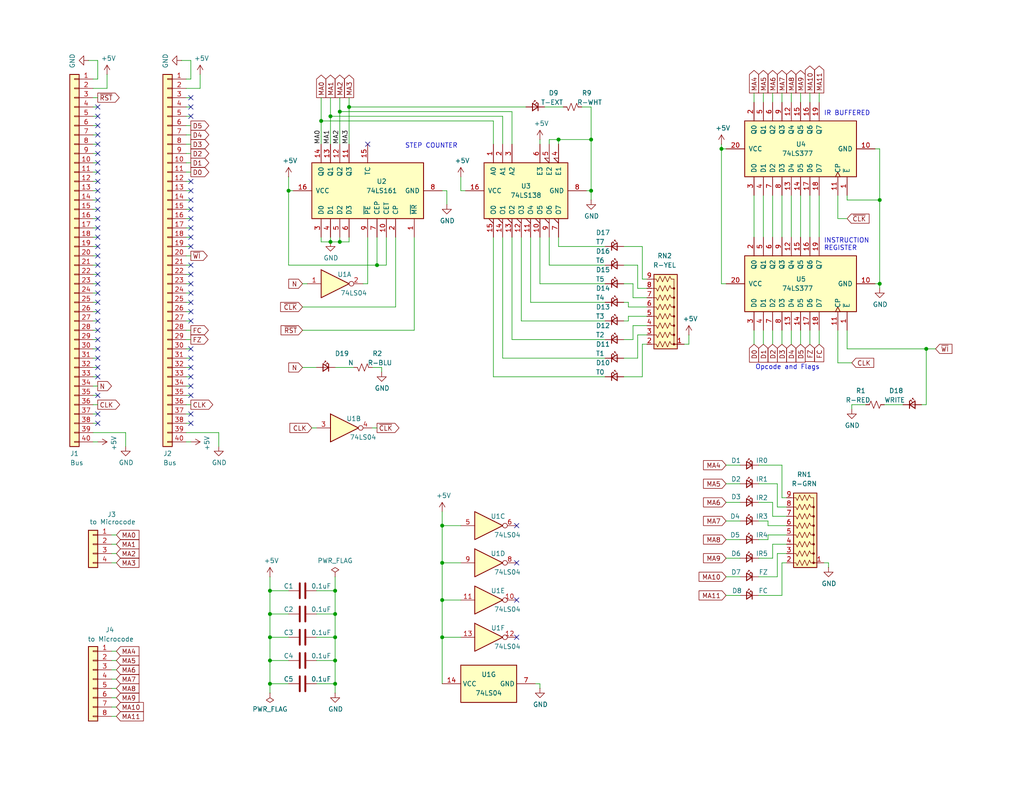
<source format=kicad_sch>
(kicad_sch (version 20231120) (generator "eeschema") (generator_version "8.0")
  (paper "USLetter")
  (title_block (title "SAP-Plus Instruction Register and Step Counter") (date "2024-12-01") (rev "1.1") (company "github.com/TomNisbet/sap-plus"))
  (junction (at 91.44 180.34))
  (junction (at 240.03 77.47))
  (junction (at 120.65 143.51))
  (junction (at 73.66 186.69))
  (junction (at 196.85 40.64))
  (junction (at 92.71 30.48))
  (junction (at 78.74 52.07))
  (junction (at 161.29 52.07))
  (junction (at 161.29 38.1))
  (junction (at 73.66 173.99))
  (junction (at 95.25 29.21))
  (junction (at 73.66 161.29))
  (junction (at 252.73 95.25))
  (junction (at 87.63 33.02))
  (junction (at 91.44 167.64))
  (junction (at 92.71 66.04))
  (junction (at 120.65 153.67))
  (junction (at 91.44 173.99))
  (junction (at 91.44 186.69))
  (junction (at 120.65 163.83))
  (junction (at 152.4 38.1))
  (junction (at 102.87 72.39))
  (junction (at 73.66 167.64))
  (junction (at 120.65 173.99))
  (junction (at 90.17 66.04))
  (junction (at 91.44 161.29))
  (junction (at 240.03 54.61))
  (junction (at 90.17 31.75))
  (junction (at 73.66 180.34))
  (no_connect (at 26.67 49.53))
  (no_connect (at 26.67 82.55))
  (no_connect (at 52.07 115.57))
  (no_connect (at 52.07 85.09))
  (no_connect (at 52.07 80.01))
  (no_connect (at 26.67 67.31))
  (no_connect (at 140.97 163.83))
  (no_connect (at 26.67 54.61))
  (no_connect (at 26.67 52.07))
  (no_connect (at 26.67 46.99))
  (no_connect (at 52.07 107.95))
  (no_connect (at 26.67 87.63))
  (no_connect (at 26.67 80.01))
  (no_connect (at 52.07 52.07))
  (no_connect (at 52.07 113.03))
  (no_connect (at 26.67 100.33))
  (no_connect (at 26.67 72.39))
  (no_connect (at 26.67 69.85))
  (no_connect (at 52.07 77.47))
  (no_connect (at 26.67 102.87))
  (no_connect (at 52.07 49.53))
  (no_connect (at 26.67 85.09))
  (no_connect (at 26.67 77.47))
  (no_connect (at 26.67 39.37))
  (no_connect (at 52.07 64.77))
  (no_connect (at 26.67 113.03))
  (no_connect (at 140.97 143.51))
  (no_connect (at 52.07 67.31))
  (no_connect (at 52.07 100.33))
  (no_connect (at 140.97 153.67))
  (no_connect (at 26.67 41.91))
  (no_connect (at 52.07 31.75))
  (no_connect (at 26.67 90.17))
  (no_connect (at 26.67 31.75))
  (no_connect (at 26.67 34.29))
  (no_connect (at 26.67 59.69))
  (no_connect (at 26.67 64.77))
  (no_connect (at 26.67 95.25))
  (no_connect (at 52.07 72.39))
  (no_connect (at 52.07 105.41))
  (no_connect (at 52.07 59.69))
  (no_connect (at 52.07 102.87))
  (no_connect (at 52.07 87.63))
  (no_connect (at 26.67 92.71))
  (no_connect (at 52.07 97.79))
  (no_connect (at 26.67 115.57))
  (no_connect (at 26.67 36.83))
  (no_connect (at 26.67 57.15))
  (no_connect (at 26.67 29.21))
  (no_connect (at 52.07 26.67))
  (no_connect (at 52.07 74.93))
  (no_connect (at 52.07 95.25))
  (no_connect (at 52.07 29.21))
  (no_connect (at 140.97 173.99))
  (no_connect (at 100.33 39.37))
  (no_connect (at 26.67 62.23))
  (no_connect (at 26.67 74.93))
  (no_connect (at 52.07 62.23))
  (no_connect (at 52.07 54.61))
  (no_connect (at 26.67 44.45))
  (no_connect (at 52.07 82.55))
  (no_connect (at 26.67 107.95))
  (no_connect (at 52.07 57.15))
  (no_connect (at 26.67 97.79))
  (wire (pts (xy 52.07 64.77) (xy 50.8 64.77)))
  (wire (pts (xy 73.66 173.99) (xy 73.66 180.34)))
  (wire (pts (xy 26.67 29.21) (xy 25.4 29.21)))
  (wire (pts (xy 101.6 116.84) (xy 102.87 116.84)))
  (wire (pts (xy 26.67 64.77) (xy 25.4 64.77)))
  (wire (pts (xy 52.07 85.09) (xy 50.8 85.09)))
  (wire (pts (xy 78.74 72.39) (xy 78.74 52.07)))
  (wire (pts (xy 121.92 52.07) (xy 121.92 55.88)))
  (wire (pts (xy 87.63 33.02) (xy 134.62 33.02)))
  (wire (pts (xy 25.4 107.95) (xy 26.67 107.95)))
  (wire (pts (xy 220.98 25.4) (xy 220.98 27.94)))
  (wire (pts (xy 34.29 118.11) (xy 34.29 121.92)))
  (wire (pts (xy 52.07 54.61) (xy 50.8 54.61)))
  (wire (pts (xy 92.71 66.04) (xy 95.25 66.04)))
  (wire (pts (xy 25.4 110.49) (xy 26.67 110.49)))
  (wire (pts (xy 152.4 39.37) (xy 152.4 38.1)))
  (wire (pts (xy 49.53 16.51) (xy 52.07 16.51)))
  (wire (pts (xy 91.44 167.64) (xy 91.44 173.99)))
  (wire (pts (xy 78.74 161.29) (xy 73.66 161.29)))
  (wire (pts (xy 52.07 31.75) (xy 50.8 31.75)))
  (wire (pts (xy 26.67 46.99) (xy 25.4 46.99)))
  (wire (pts (xy 52.07 39.37) (xy 50.8 39.37)))
  (wire (pts (xy 25.4 113.03) (xy 26.67 113.03)))
  (wire (pts (xy 91.44 157.48) (xy 91.44 161.29)))
  (wire (pts (xy 139.7 92.71) (xy 165.1 92.71)))
  (wire (pts (xy 52.07 57.15) (xy 50.8 57.15)))
  (wire (pts (xy 215.9 25.4) (xy 215.9 27.94)))
  (wire (pts (xy 241.3 110.49) (xy 246.38 110.49)))
  (wire (pts (xy 52.07 120.65) (xy 50.8 120.65)))
  (wire (pts (xy 26.67 39.37) (xy 25.4 39.37)))
  (wire (pts (xy 209.55 142.24) (xy 209.55 143.51)))
  (wire (pts (xy 50.8 118.11) (xy 59.69 118.11)))
  (wire (pts (xy 228.6 99.06) (xy 232.41 99.06)))
  (wire (pts (xy 120.65 163.83) (xy 120.65 173.99)))
  (wire (pts (xy 26.67 90.17) (xy 25.4 90.17)))
  (wire (pts (xy 99.06 77.47) (xy 100.33 77.47)))
  (wire (pts (xy 196.85 40.64) (xy 196.85 77.47)))
  (wire (pts (xy 170.18 77.47) (xy 172.72 77.47)))
  (wire (pts (xy 26.67 59.69) (xy 25.4 59.69)))
  (wire (pts (xy 31.75 180.34) (xy 30.48 180.34)))
  (wire (pts (xy 90.17 64.77) (xy 90.17 66.04)))
  (wire (pts (xy 171.45 83.82) (xy 176.53 83.82)))
  (wire (pts (xy 210.82 90.17) (xy 210.82 93.98)))
  (wire (pts (xy 198.12 40.64) (xy 196.85 40.64)))
  (wire (pts (xy 52.07 44.45) (xy 50.8 44.45)))
  (wire (pts (xy 25.4 118.11) (xy 34.29 118.11)))
  (wire (pts (xy 90.17 66.04) (xy 92.71 66.04)))
  (wire (pts (xy 26.67 31.75) (xy 25.4 31.75)))
  (wire (pts (xy 82.55 90.17) (xy 113.03 90.17)))
  (wire (pts (xy 107.95 83.82) (xy 82.55 83.82)))
  (wire (pts (xy 26.67 74.93) (xy 25.4 74.93)))
  (wire (pts (xy 205.74 53.34) (xy 205.74 64.77)))
  (wire (pts (xy 187.96 93.98) (xy 186.69 93.98)))
  (wire (pts (xy 78.74 167.64) (xy 73.66 167.64)))
  (wire (pts (xy 170.18 102.87) (xy 175.26 102.87)))
  (wire (pts (xy 208.28 53.34) (xy 208.28 64.77)))
  (wire (pts (xy 207.01 137.16) (xy 210.82 137.16)))
  (wire (pts (xy 147.32 77.47) (xy 165.1 77.47)))
  (wire (pts (xy 26.67 62.23) (xy 25.4 62.23)))
  (wire (pts (xy 198.12 152.4) (xy 201.93 152.4)))
  (wire (pts (xy 125.73 143.51) (xy 120.65 143.51)))
  (wire (pts (xy 52.07 90.17) (xy 50.8 90.17)))
  (wire (pts (xy 91.44 161.29) (xy 91.44 167.64)))
  (wire (pts (xy 198.12 162.56) (xy 201.93 162.56)))
  (wire (pts (xy 142.24 87.63) (xy 165.1 87.63)))
  (wire (pts (xy 26.67 34.29) (xy 25.4 34.29)))
  (wire (pts (xy 25.4 105.41) (xy 26.67 105.41)))
  (wire (pts (xy 172.72 77.47) (xy 172.72 81.28)))
  (wire (pts (xy 26.67 92.71) (xy 25.4 92.71)))
  (wire (pts (xy 87.63 26.67) (xy 87.63 33.02)))
  (wire (pts (xy 52.07 95.25) (xy 50.8 95.25)))
  (wire (pts (xy 52.07 102.87) (xy 50.8 102.87)))
  (wire (pts (xy 173.99 78.74) (xy 176.53 78.74)))
  (wire (pts (xy 83.82 77.47) (xy 82.55 77.47)))
  (wire (pts (xy 240.03 54.61) (xy 231.14 54.61)))
  (wire (pts (xy 208.28 25.4) (xy 208.28 27.94)))
  (wire (pts (xy 25.4 24.13) (xy 29.21 24.13)))
  (wire (pts (xy 215.9 90.17) (xy 215.9 93.98)))
  (wire (pts (xy 147.32 39.37) (xy 147.32 38.1)))
  (wire (pts (xy 172.72 88.9) (xy 176.53 88.9)))
  (wire (pts (xy 101.6 100.33) (xy 104.14 100.33)))
  (wire (pts (xy 139.7 30.48) (xy 139.7 39.37)))
  (wire (pts (xy 231.14 95.25) (xy 252.73 95.25)))
  (wire (pts (xy 207.01 132.08) (xy 212.09 132.08)))
  (wire (pts (xy 95.25 29.21) (xy 143.51 29.21)))
  (wire (pts (xy 210.82 140.97) (xy 214.63 140.97)))
  (wire (pts (xy 26.67 41.91) (xy 25.4 41.91)))
  (wire (pts (xy 238.76 77.47) (xy 240.03 77.47)))
  (wire (pts (xy 207.01 127) (xy 213.36 127)))
  (wire (pts (xy 52.07 80.01) (xy 50.8 80.01)))
  (wire (pts (xy 78.74 52.07) (xy 78.74 48.26)))
  (wire (pts (xy 31.75 148.59) (xy 30.48 148.59)))
  (wire (pts (xy 226.06 153.67) (xy 226.06 154.94)))
  (wire (pts (xy 198.12 157.48) (xy 201.93 157.48)))
  (wire (pts (xy 149.86 38.1) (xy 152.4 38.1)))
  (wire (pts (xy 125.73 173.99) (xy 120.65 173.99)))
  (wire (pts (xy 161.29 52.07) (xy 160.02 52.07)))
  (wire (pts (xy 52.07 67.31) (xy 50.8 67.31)))
  (wire (pts (xy 137.16 64.77) (xy 137.16 97.79)))
  (wire (pts (xy 144.78 82.55) (xy 165.1 82.55)))
  (wire (pts (xy 161.29 52.07) (xy 161.29 54.61)))
  (wire (pts (xy 29.21 20.32) (xy 29.21 24.13)))
  (wire (pts (xy 90.17 26.67) (xy 90.17 31.75)))
  (wire (pts (xy 87.63 66.04) (xy 90.17 66.04)))
  (wire (pts (xy 95.25 29.21) (xy 95.25 39.37)))
  (wire (pts (xy 213.36 53.34) (xy 213.36 64.77)))
  (wire (pts (xy 175.26 76.2) (xy 176.53 76.2)))
  (wire (pts (xy 171.45 82.55) (xy 171.45 83.82)))
  (wire (pts (xy 52.07 97.79) (xy 50.8 97.79)))
  (wire (pts (xy 31.75 190.5) (xy 30.48 190.5)))
  (wire (pts (xy 87.63 64.77) (xy 87.63 66.04)))
  (wire (pts (xy 26.67 97.79) (xy 25.4 97.79)))
  (wire (pts (xy 91.44 100.33) (xy 96.52 100.33)))
  (wire (pts (xy 152.4 38.1) (xy 161.29 38.1)))
  (wire (pts (xy 78.74 173.99) (xy 73.66 173.99)))
  (wire (pts (xy 80.01 52.07) (xy 78.74 52.07)))
  (wire (pts (xy 52.07 29.21) (xy 50.8 29.21)))
  (wire (pts (xy 218.44 90.17) (xy 218.44 93.98)))
  (wire (pts (xy 228.6 59.69) (xy 228.6 53.34)))
  (wire (pts (xy 152.4 67.31) (xy 165.1 67.31)))
  (wire (pts (xy 209.55 143.51) (xy 214.63 143.51)))
  (wire (pts (xy 52.07 21.59) (xy 50.8 21.59)))
  (wire (pts (xy 52.07 16.51) (xy 52.07 21.59)))
  (wire (pts (xy 170.18 82.55) (xy 171.45 82.55)))
  (wire (pts (xy 139.7 30.48) (xy 92.71 30.48)))
  (wire (pts (xy 142.24 64.77) (xy 142.24 87.63)))
  (wire (pts (xy 173.99 72.39) (xy 173.99 78.74)))
  (wire (pts (xy 232.41 110.49) (xy 232.41 111.76)))
  (wire (pts (xy 52.07 59.69) (xy 50.8 59.69)))
  (wire (pts (xy 52.07 52.07) (xy 50.8 52.07)))
  (wire (pts (xy 198.12 147.32) (xy 201.93 147.32)))
  (wire (pts (xy 52.07 100.33) (xy 50.8 100.33)))
  (wire (pts (xy 86.36 186.69) (xy 91.44 186.69)))
  (wire (pts (xy 104.14 100.33) (xy 104.14 101.6)))
  (wire (pts (xy 52.07 26.67) (xy 50.8 26.67)))
  (wire (pts (xy 26.67 95.25) (xy 25.4 95.25)))
  (wire (pts (xy 137.16 31.75) (xy 90.17 31.75)))
  (wire (pts (xy 95.25 26.67) (xy 95.25 29.21)))
  (wire (pts (xy 26.67 85.09) (xy 25.4 85.09)))
  (wire (pts (xy 52.07 82.55) (xy 50.8 82.55)))
  (wire (pts (xy 52.07 72.39) (xy 50.8 72.39)))
  (wire (pts (xy 78.74 180.34) (xy 73.66 180.34)))
  (wire (pts (xy 171.45 87.63) (xy 171.45 86.36)))
  (wire (pts (xy 171.45 86.36) (xy 176.53 86.36)))
  (wire (pts (xy 134.62 102.87) (xy 134.62 64.77)))
  (wire (pts (xy 95.25 66.04) (xy 95.25 64.77)))
  (wire (pts (xy 147.32 64.77) (xy 147.32 77.47)))
  (wire (pts (xy 218.44 53.34) (xy 218.44 64.77)))
  (wire (pts (xy 207.01 142.24) (xy 209.55 142.24)))
  (wire (pts (xy 59.69 118.11) (xy 59.69 121.92)))
  (wire (pts (xy 173.99 97.79) (xy 173.99 91.44)))
  (wire (pts (xy 238.76 40.64) (xy 240.03 40.64)))
  (wire (pts (xy 54.61 20.32) (xy 54.61 24.13)))
  (wire (pts (xy 105.41 64.77) (xy 105.41 72.39)))
  (wire (pts (xy 52.07 87.63) (xy 50.8 87.63)))
  (wire (pts (xy 210.82 25.4) (xy 210.82 27.94)))
  (wire (pts (xy 205.74 25.4) (xy 205.74 27.94)))
  (wire (pts (xy 170.18 92.71) (xy 172.72 92.71)))
  (wire (pts (xy 207.01 152.4) (xy 210.82 152.4)))
  (wire (pts (xy 146.05 186.69) (xy 147.32 186.69)))
  (wire (pts (xy 120.65 143.51) (xy 120.65 153.67)))
  (wire (pts (xy 214.63 153.67) (xy 213.36 153.67)))
  (wire (pts (xy 214.63 146.05) (xy 209.55 146.05)))
  (wire (pts (xy 91.44 180.34) (xy 91.44 186.69)))
  (wire (pts (xy 52.07 74.93) (xy 50.8 74.93)))
  (wire (pts (xy 120.65 52.07) (xy 121.92 52.07)))
  (wire (pts (xy 82.55 100.33) (xy 86.36 100.33)))
  (wire (pts (xy 26.67 49.53) (xy 25.4 49.53)))
  (wire (pts (xy 50.8 105.41) (xy 52.07 105.41)))
  (wire (pts (xy 207.01 162.56) (xy 213.36 162.56)))
  (wire (pts (xy 170.18 67.31) (xy 175.26 67.31)))
  (wire (pts (xy 213.36 127) (xy 213.36 135.89)))
  (wire (pts (xy 170.18 87.63) (xy 171.45 87.63)))
  (wire (pts (xy 86.36 180.34) (xy 91.44 180.34)))
  (wire (pts (xy 86.36 116.84) (xy 85.09 116.84)))
  (wire (pts (xy 50.8 110.49) (xy 52.07 110.49)))
  (wire (pts (xy 208.28 90.17) (xy 208.28 93.98)))
  (wire (pts (xy 73.66 161.29) (xy 73.66 167.64)))
  (wire (pts (xy 175.26 93.98) (xy 176.53 93.98)))
  (wire (pts (xy 172.72 92.71) (xy 172.72 88.9)))
  (wire (pts (xy 90.17 31.75) (xy 90.17 39.37)))
  (wire (pts (xy 31.75 185.42) (xy 30.48 185.42)))
  (wire (pts (xy 240.03 77.47) (xy 240.03 78.74)))
  (wire (pts (xy 223.52 53.34) (xy 223.52 64.77)))
  (wire (pts (xy 26.67 44.45) (xy 25.4 44.45)))
  (wire (pts (xy 31.75 195.58) (xy 30.48 195.58)))
  (wire (pts (xy 213.36 135.89) (xy 214.63 135.89)))
  (wire (pts (xy 24.13 16.51) (xy 26.67 16.51)))
  (wire (pts (xy 120.65 139.7) (xy 120.65 143.51)))
  (wire (pts (xy 26.67 21.59) (xy 25.4 21.59)))
  (wire (pts (xy 31.75 153.67) (xy 30.48 153.67)))
  (wire (pts (xy 147.32 186.69) (xy 147.32 187.96)))
  (wire (pts (xy 149.86 39.37) (xy 149.86 38.1)))
  (wire (pts (xy 228.6 90.17) (xy 228.6 99.06)))
  (wire (pts (xy 26.67 26.67) (xy 25.4 26.67)))
  (wire (pts (xy 52.07 92.71) (xy 50.8 92.71)))
  (wire (pts (xy 210.82 137.16) (xy 210.82 140.97)))
  (wire (pts (xy 215.9 53.34) (xy 215.9 64.77)))
  (wire (pts (xy 113.03 64.77) (xy 113.03 90.17)))
  (wire (pts (xy 26.67 102.87) (xy 25.4 102.87)))
  (wire (pts (xy 125.73 52.07) (xy 127 52.07)))
  (wire (pts (xy 86.36 161.29) (xy 91.44 161.29)))
  (wire (pts (xy 212.09 132.08) (xy 212.09 138.43)))
  (wire (pts (xy 26.67 52.07) (xy 25.4 52.07)))
  (wire (pts (xy 152.4 64.77) (xy 152.4 67.31)))
  (wire (pts (xy 73.66 186.69) (xy 73.66 189.23)))
  (wire (pts (xy 92.71 64.77) (xy 92.71 66.04)))
  (wire (pts (xy 120.65 173.99) (xy 120.65 186.69)))
  (wire (pts (xy 251.46 110.49) (xy 252.73 110.49)))
  (wire (pts (xy 87.63 33.02) (xy 87.63 39.37)))
  (wire (pts (xy 149.86 64.77) (xy 149.86 72.39)))
  (wire (pts (xy 26.67 72.39) (xy 25.4 72.39)))
  (wire (pts (xy 172.72 81.28) (xy 176.53 81.28)))
  (wire (pts (xy 240.03 40.64) (xy 240.03 54.61)))
  (wire (pts (xy 252.73 95.25) (xy 255.27 95.25)))
  (wire (pts (xy 231.14 90.17) (xy 231.14 95.25)))
  (wire (pts (xy 125.73 48.26) (xy 125.73 52.07)))
  (wire (pts (xy 210.82 53.34) (xy 210.82 64.77)))
  (wire (pts (xy 223.52 25.4) (xy 223.52 27.94)))
  (wire (pts (xy 198.12 142.24) (xy 201.93 142.24)))
  (wire (pts (xy 223.52 90.17) (xy 223.52 93.98)))
  (wire (pts (xy 198.12 137.16) (xy 201.93 137.16)))
  (wire (pts (xy 31.75 187.96) (xy 30.48 187.96)))
  (wire (pts (xy 144.78 82.55) (xy 144.78 64.77)))
  (wire (pts (xy 26.67 69.85) (xy 25.4 69.85)))
  (wire (pts (xy 198.12 132.08) (xy 201.93 132.08)))
  (wire (pts (xy 92.71 30.48) (xy 92.71 39.37)))
  (wire (pts (xy 214.63 148.59) (xy 210.82 148.59)))
  (wire (pts (xy 52.07 77.47) (xy 50.8 77.47)))
  (wire (pts (xy 210.82 148.59) (xy 210.82 152.4)))
  (wire (pts (xy 73.66 180.34) (xy 73.66 186.69)))
  (wire (pts (xy 212.09 151.13) (xy 212.09 157.48)))
  (wire (pts (xy 196.85 39.37) (xy 196.85 40.64)))
  (wire (pts (xy 205.74 90.17) (xy 205.74 93.98)))
  (wire (pts (xy 213.36 90.17) (xy 213.36 93.98)))
  (wire (pts (xy 25.4 115.57) (xy 26.67 115.57)))
  (wire (pts (xy 26.67 54.61) (xy 25.4 54.61)))
  (wire (pts (xy 213.36 25.4) (xy 213.36 27.94)))
  (wire (pts (xy 73.66 167.64) (xy 73.66 173.99)))
  (wire (pts (xy 214.63 151.13) (xy 212.09 151.13)))
  (wire (pts (xy 252.73 110.49) (xy 252.73 95.25)))
  (wire (pts (xy 120.65 153.67) (xy 120.65 163.83)))
  (wire (pts (xy 196.85 77.47) (xy 198.12 77.47)))
  (wire (pts (xy 26.67 36.83) (xy 25.4 36.83)))
  (wire (pts (xy 170.18 97.79) (xy 173.99 97.79)))
  (wire (pts (xy 26.67 87.63) (xy 25.4 87.63)))
  (wire (pts (xy 31.75 151.13) (xy 30.48 151.13)))
  (wire (pts (xy 125.73 163.83) (xy 120.65 163.83)))
  (wire (pts (xy 220.98 53.34) (xy 220.98 64.77)))
  (wire (pts (xy 137.16 97.79) (xy 165.1 97.79)))
  (wire (pts (xy 78.74 186.69) (xy 73.66 186.69)))
  (wire (pts (xy 26.67 16.51) (xy 26.67 21.59)))
  (wire (pts (xy 231.14 54.61) (xy 231.14 53.34)))
  (wire (pts (xy 232.41 110.49) (xy 236.22 110.49)))
  (wire (pts (xy 91.44 186.69) (xy 91.44 189.23)))
  (wire (pts (xy 26.67 67.31) (xy 25.4 67.31)))
  (wire (pts (xy 105.41 72.39) (xy 102.87 72.39)))
  (wire (pts (xy 26.67 82.55) (xy 25.4 82.55)))
  (wire (pts (xy 50.8 24.13) (xy 54.61 24.13)))
  (wire (pts (xy 137.16 31.75) (xy 137.16 39.37)))
  (wire (pts (xy 52.07 46.99) (xy 50.8 46.99)))
  (wire (pts (xy 26.67 120.65) (xy 25.4 120.65)))
  (wire (pts (xy 92.71 26.67) (xy 92.71 30.48)))
  (wire (pts (xy 107.95 64.77) (xy 107.95 83.82)))
  (wire (pts (xy 170.18 72.39) (xy 173.99 72.39)))
  (wire (pts (xy 26.67 100.33) (xy 25.4 100.33)))
  (wire (pts (xy 31.75 193.04) (xy 30.48 193.04)))
  (wire (pts (xy 161.29 29.21) (xy 161.29 38.1)))
  (wire (pts (xy 175.26 102.87) (xy 175.26 93.98)))
  (wire (pts (xy 102.87 64.77) (xy 102.87 72.39)))
  (wire (pts (xy 31.75 146.05) (xy 30.48 146.05)))
  (wire (pts (xy 31.75 182.88) (xy 30.48 182.88)))
  (wire (pts (xy 198.12 127) (xy 201.93 127)))
  (wire (pts (xy 26.67 80.01) (xy 25.4 80.01)))
  (wire (pts (xy 218.44 25.4) (xy 218.44 27.94)))
  (wire (pts (xy 187.96 91.44) (xy 187.96 93.98)))
  (wire (pts (xy 91.44 173.99) (xy 91.44 180.34)))
  (wire (pts (xy 134.62 33.02) (xy 134.62 39.37)))
  (wire (pts (xy 220.98 90.17) (xy 220.98 93.98)))
  (wire (pts (xy 52.07 36.83) (xy 50.8 36.83)))
  (wire (pts (xy 224.79 153.67) (xy 226.06 153.67)))
  (wire (pts (xy 31.75 177.8) (xy 30.48 177.8)))
  (wire (pts (xy 213.36 153.67) (xy 213.36 162.56)))
  (wire (pts (xy 149.86 72.39) (xy 165.1 72.39)))
  (wire (pts (xy 86.36 173.99) (xy 91.44 173.99)))
  (wire (pts (xy 207.01 157.48) (xy 212.09 157.48)))
  (wire (pts (xy 212.09 138.43) (xy 214.63 138.43)))
  (wire (pts (xy 26.67 77.47) (xy 25.4 77.47)))
  (wire (pts (xy 139.7 92.71) (xy 139.7 64.77)))
  (wire (pts (xy 26.67 57.15) (xy 25.4 57.15)))
  (wire (pts (xy 102.87 72.39) (xy 78.74 72.39)))
  (wire (pts (xy 50.8 107.95) (xy 52.07 107.95)))
  (wire (pts (xy 209.55 146.05) (xy 209.55 147.32)))
  (wire (pts (xy 100.33 64.77) (xy 100.33 77.47)))
  (wire (pts (xy 153.67 29.21) (xy 148.59 29.21)))
  (wire (pts (xy 52.07 69.85) (xy 50.8 69.85)))
  (wire (pts (xy 50.8 115.57) (xy 52.07 115.57)))
  (wire (pts (xy 161.29 29.21) (xy 158.75 29.21)))
  (wire (pts (xy 86.36 167.64) (xy 91.44 167.64)))
  (wire (pts (xy 207.01 147.32) (xy 209.55 147.32)))
  (wire (pts (xy 50.8 113.03) (xy 52.07 113.03)))
  (wire (pts (xy 125.73 153.67) (xy 120.65 153.67)))
  (wire (pts (xy 73.66 157.48) (xy 73.66 161.29)))
  (wire (pts (xy 52.07 34.29) (xy 50.8 34.29)))
  (wire (pts (xy 175.26 67.31) (xy 175.26 76.2)))
  (wire (pts (xy 173.99 91.44) (xy 176.53 91.44)))
  (wire (pts (xy 52.07 49.53) (xy 50.8 49.53)))
  (wire (pts (xy 52.07 41.91) (xy 50.8 41.91)))
  (wire (pts (xy 240.03 54.61) (xy 240.03 77.47)))
  (wire (pts (xy 161.29 38.1) (xy 161.29 52.07)))
  (wire (pts (xy 134.62 102.87) (xy 165.1 102.87)))
  (wire (pts (xy 52.07 62.23) (xy 50.8 62.23)))
  (wire (pts (xy 231.14 59.69) (xy 228.6 59.69)))
  (text "STEP COUNTER" (at 110.49 40.64 0) (effects (font (size 1.27 1.27)) (justify left bottom)))
  (text "INSTRUCTION\nREGISTER" (at 224.79 68.58 0) (effects (font (size 1.27 1.27)) (justify left bottom)))
  (text "Opcode and Flags" (at 214.884 100.33 0) (effects (font (size 1.27 1.27))))
  (text "IR BUFFERED\n" (at 224.79 31.75 0) (effects (font (size 1.27 1.27)) (justify left bottom)))
  (label "MA0" (at 87.63 39.37 90))
  (label "MA1" (at 90.17 39.37 90))
  (label "MA3" (at 95.25 39.37 90))
  (label "MA2" (at 92.71 39.37 90))
  (global_label "D0" (shape input) (at 205.74 93.98 270) (property "Intersheetrefs" "${INTERSHEET_REFS}" (effects (hide yes))))
  (global_label "N" (shape output) (at 26.67 105.41 0) (property "Intersheetrefs" "${INTERSHEET_REFS}" (effects (hide yes))))
  (global_label "MA11" (shape input) (at 198.12 162.56 180) (property "Intersheetrefs" "${INTERSHEET_REFS}" (effects (hide yes))))
  (global_label "D3" (shape input) (at 213.36 93.98 270) (property "Intersheetrefs" "${INTERSHEET_REFS}" (effects (hide yes))))
  (global_label "MA3" (shape input) (at 31.75 153.67 0) (property "Intersheetrefs" "${INTERSHEET_REFS}" (effects (hide yes))))
  (global_label "CLK" (shape output) (at 52.07 110.49 0) (property "Intersheetrefs" "${INTERSHEET_REFS}" (effects (hide yes))))
  (global_label "CLK" (shape input) (at 232.41 99.06 0) (property "Intersheetrefs" "${INTERSHEET_REFS}" (effects (hide yes))))
  (global_label "D1" (shape output) (at 52.07 44.45 0) (property "Intersheetrefs" "${INTERSHEET_REFS}" (effects (hide yes))))
  (global_label "MA9" (shape output) (at 218.44 25.4 90) (property "Intersheetrefs" "${INTERSHEET_REFS}" (effects (hide yes))))
  (global_label "FC" (shape input) (at 223.52 93.98 270) (property "Intersheetrefs" "${INTERSHEET_REFS}" (effects (hide yes))))
  (global_label "MA0" (shape input) (at 31.75 146.05 0) (property "Intersheetrefs" "${INTERSHEET_REFS}" (effects (hide yes))))
  (global_label "MA1" (shape output) (at 90.17 26.67 90) (property "Intersheetrefs" "${INTERSHEET_REFS}" (effects (hide yes))))
  (global_label "~{WI}" (shape output) (at 52.07 69.85 0) (property "Intersheetrefs" "${INTERSHEET_REFS}" (effects (hide yes))))
  (global_label "MA7" (shape output) (at 213.36 25.4 90) (property "Intersheetrefs" "${INTERSHEET_REFS}" (effects (hide yes))))
  (global_label "D1" (shape input) (at 208.28 93.98 270) (property "Intersheetrefs" "${INTERSHEET_REFS}" (effects (hide yes))))
  (global_label "MA8" (shape output) (at 215.9 25.4 90) (property "Intersheetrefs" "${INTERSHEET_REFS}" (effects (hide yes))))
  (global_label "D2" (shape input) (at 210.82 93.98 270) (property "Intersheetrefs" "${INTERSHEET_REFS}" (effects (hide yes))))
  (global_label "MA5" (shape input) (at 198.12 132.08 180) (property "Intersheetrefs" "${INTERSHEET_REFS}" (effects (hide yes))))
  (global_label "MA10" (shape output) (at 220.98 25.4 90) (property "Intersheetrefs" "${INTERSHEET_REFS}" (effects (hide yes))))
  (global_label "CLK" (shape input) (at 85.09 116.84 180) (property "Intersheetrefs" "${INTERSHEET_REFS}" (effects (hide yes))))
  (global_label "D5" (shape output) (at 52.07 34.29 0) (property "Intersheetrefs" "${INTERSHEET_REFS}" (effects (hide yes))))
  (global_label "MA5" (shape output) (at 208.28 25.4 90) (property "Intersheetrefs" "${INTERSHEET_REFS}" (effects (hide yes))))
  (global_label "MA10" (shape input) (at 198.12 157.48 180) (property "Intersheetrefs" "${INTERSHEET_REFS}" (effects (hide yes))))
  (global_label "D3" (shape output) (at 52.07 39.37 0) (property "Intersheetrefs" "${INTERSHEET_REFS}" (effects (hide yes))))
  (global_label "MA4" (shape input) (at 198.12 127 180) (property "Intersheetrefs" "${INTERSHEET_REFS}" (effects (hide yes))))
  (global_label "D4" (shape output) (at 52.07 36.83 0) (property "Intersheetrefs" "${INTERSHEET_REFS}" (effects (hide yes))))
  (global_label "~{RST}" (shape output) (at 26.67 26.67 0) (property "Intersheetrefs" "${INTERSHEET_REFS}" (effects (hide yes))))
  (global_label "D0" (shape output) (at 52.07 46.99 0) (property "Intersheetrefs" "${INTERSHEET_REFS}" (effects (hide yes))))
  (global_label "FZ" (shape input) (at 220.98 93.98 270) (property "Intersheetrefs" "${INTERSHEET_REFS}" (effects (hide yes))))
  (global_label "MA8" (shape input) (at 198.12 147.32 180) (property "Intersheetrefs" "${INTERSHEET_REFS}" (effects (hide yes))))
  (global_label "MA9" (shape input) (at 31.75 190.5 0) (property "Intersheetrefs" "${INTERSHEET_REFS}" (effects (hide yes))))
  (global_label "N" (shape input) (at 82.55 100.33 180) (property "Intersheetrefs" "${INTERSHEET_REFS}" (effects (hide yes))))
  (global_label "MA11" (shape output) (at 223.52 25.4 90) (property "Intersheetrefs" "${INTERSHEET_REFS}" (effects (hide yes))))
  (global_label "MA6" (shape input) (at 31.75 182.88 0) (property "Intersheetrefs" "${INTERSHEET_REFS}" (effects (hide yes))))
  (global_label "~{RST}" (shape input) (at 82.55 90.17 180) (property "Intersheetrefs" "${INTERSHEET_REFS}" (effects (hide yes))))
  (global_label "MA7" (shape input) (at 31.75 185.42 0) (property "Intersheetrefs" "${INTERSHEET_REFS}" (effects (hide yes))))
  (global_label "MA3" (shape output) (at 95.25 26.67 90) (property "Intersheetrefs" "${INTERSHEET_REFS}" (effects (hide yes))))
  (global_label "~{CLK}" (shape output) (at 102.87 116.84 0) (property "Intersheetrefs" "${INTERSHEET_REFS}" (effects (hide yes))))
  (global_label "CLK" (shape output) (at 26.67 110.49 0) (property "Intersheetrefs" "${INTERSHEET_REFS}" (effects (hide yes))))
  (global_label "~{WI}" (shape input) (at 255.27 95.25 0) (property "Intersheetrefs" "${INTERSHEET_REFS}" (effects (hide yes))))
  (global_label "MA10" (shape input) (at 31.75 193.04 0) (property "Intersheetrefs" "${INTERSHEET_REFS}" (effects (hide yes))))
  (global_label "MA0" (shape output) (at 87.63 26.67 90) (property "Intersheetrefs" "${INTERSHEET_REFS}" (effects (hide yes))))
  (global_label "MA1" (shape input) (at 31.75 148.59 0) (property "Intersheetrefs" "${INTERSHEET_REFS}" (effects (hide yes))))
  (global_label "D5" (shape input) (at 218.44 93.98 270) (property "Intersheetrefs" "${INTERSHEET_REFS}" (effects (hide yes))))
  (global_label "MA6" (shape input) (at 198.12 137.16 180) (property "Intersheetrefs" "${INTERSHEET_REFS}" (effects (hide yes))))
  (global_label "MA4" (shape input) (at 31.75 177.8 0) (property "Intersheetrefs" "${INTERSHEET_REFS}" (effects (hide yes))))
  (global_label "MA2" (shape input) (at 31.75 151.13 0) (property "Intersheetrefs" "${INTERSHEET_REFS}" (effects (hide yes))))
  (global_label "FZ" (shape output) (at 52.07 92.71 0) (property "Intersheetrefs" "${INTERSHEET_REFS}" (effects (hide yes))))
  (global_label "MA7" (shape input) (at 198.12 142.24 180) (property "Intersheetrefs" "${INTERSHEET_REFS}" (effects (hide yes))))
  (global_label "MA4" (shape output) (at 205.74 25.4 90) (property "Intersheetrefs" "${INTERSHEET_REFS}" (effects (hide yes))))
  (global_label "MA8" (shape input) (at 31.75 187.96 0) (property "Intersheetrefs" "${INTERSHEET_REFS}" (effects (hide yes))))
  (global_label "MA2" (shape output) (at 92.71 26.67 90) (property "Intersheetrefs" "${INTERSHEET_REFS}" (effects (hide yes))))
  (global_label "~{CLK}" (shape input) (at 82.55 83.82 180) (property "Intersheetrefs" "${INTERSHEET_REFS}" (effects (hide yes))))
  (global_label "~{CLK}" (shape input) (at 231.14 59.69 0) (property "Intersheetrefs" "${INTERSHEET_REFS}" (effects (hide yes))))
  (global_label "D4" (shape input) (at 215.9 93.98 270) (property "Intersheetrefs" "${INTERSHEET_REFS}" (effects (hide yes))))
  (global_label "FC" (shape output) (at 52.07 90.17 0) (property "Intersheetrefs" "${INTERSHEET_REFS}" (effects (hide yes))))
  (global_label "N" (shape input) (at 82.55 77.47 180) (property "Intersheetrefs" "${INTERSHEET_REFS}" (effects (hide yes))))
  (global_label "MA9" (shape input) (at 198.12 152.4 180) (property "Intersheetrefs" "${INTERSHEET_REFS}" (effects (hide yes))))
  (global_label "MA6" (shape output) (at 210.82 25.4 90) (property "Intersheetrefs" "${INTERSHEET_REFS}" (effects (hide yes))))
  (global_label "D2" (shape output) (at 52.07 41.91 0) (property "Intersheetrefs" "${INTERSHEET_REFS}" (effects (hide yes))))
  (global_label "MA11" (shape input) (at 31.75 195.58 0) (property "Intersheetrefs" "${INTERSHEET_REFS}" (effects (hide yes))))
  (global_label "MA5" (shape input) (at 31.75 180.34 0) (property "Intersheetrefs" "${INTERSHEET_REFS}" (effects (hide yes))))
  (symbol (lib_id "Connector_Generic:Conn_01x04") (at 25.4 148.59 0) (mirror y) (unit 1)
    (property "Reference" "J3" (at 30.48 140.462 0))
    (property "Value" "to Microcode" (at 30.734 142.494 0))
    (property "Footprint" "Connector_PinHeader_2.54mm:PinHeader_1x04_P2.54mm_Vertical" (effects (hide yes)))
    (property "Description" "Generic connector, single row, 01x04, script generated (kicad-library-utils/schlib/autogen/connector/)" (effects (hide yes)))
  )
  (symbol (lib_id "74xx:74LS377") (at 218.44 77.47 90) (unit 1)
    (property "Reference" "U5" (at 217.17 76.2 90) (effects (justify right)))
    (property "Value" "74LS377" (at 213.36 78.74 90) (effects (justify right)))
    (property "Footprint" "Package_DIP:DIP-20_W7.62mm" (effects (hide yes)))
    (property "Datasheet" "http://www.ti.com/lit/gpn/sn74LS377" (effects (hide yes)))
  )
  (symbol (lib_id "74xx:74LS377") (at 218.44 40.64 90) (unit 1)
    (property "Reference" "U4" (at 217.17 39.37 90) (effects (justify right)))
    (property "Value" "74LS377" (at 213.36 41.91 90) (effects (justify right)))
    (property "Footprint" "Package_DIP:DIP-20_W7.62mm" (effects (hide yes)))
    (property "Datasheet" "http://www.ti.com/lit/gpn/sn74LS377" (effects (hide yes)))
  )
  (symbol (lib_id "Device:LED_Small") (at 146.05 29.21 0) (mirror y) (unit 1)
    (property "Reference" "D9" (at 152.4 25.4 0) (effects (justify left)))
    (property "Value" "T-EXT" (at 153.67 27.94 0) (effects (justify left)))
    (property "Footprint" "LED_THT:LED_D3.0mm" (effects (hide yes)))
  )
  (symbol (lib_id "Device:R_Small_US") (at 156.21 29.21 270) (mirror x) (unit 1)
    (property "Reference" "R9" (at 158.75 25.4 90) (effects (justify left)))
    (property "Value" "R-WHT" (at 157.48 27.94 90) (effects (justify left)))
    (property "Footprint" "Resistor_THT:R_Axial_DIN0207_L6.3mm_D2.5mm_P10.16mm_Horizontal" (effects (hide yes)))
  )
  (symbol (lib_id "Connector_Generic:Conn_01x08") (at 25.4 185.42 0) (mirror y) (unit 1)
    (property "Reference" "J4" (at 29.972 171.958 0))
    (property "Value" "to Microcode" (at 30.226 174.498 0))
    (property "Footprint" "Connector_PinHeader_2.54mm:PinHeader_1x08_P2.54mm_Vertical" (effects (hide yes)))
  )
  (symbol (lib_id "74xx:74HCT04") (at 91.44 77.47 0) (unit 1)
    (property "Reference" "U1" (at 93.98 74.93 0))
    (property "Value" "74LS04" (at 96.52 80.01 0))
    (property "Footprint" "Package_DIP:DIP-14_W7.62mm" (effects (hide yes)))
    (property "Datasheet" "https://assets.nexperia.com/documents/data-sheet/74HC_HCT04.pdf" (effects (hide yes)))
  )
  (symbol (lib_id "Device:C") (at 82.55 180.34 270) (unit 1)
    (property "Reference" "C4" (at 78.74 179.07 90))
    (property "Value" "0.1uF" (at 87.63 179.07 90))
    (property "Footprint" "Capacitor_THT:C_Disc_D3.0mm_W1.6mm_P2.50mm" (effects (hide yes)))
  )
  (symbol (lib_id "74xx:74HCT04") (at 93.98 116.84 0) (unit 2)
    (property "Reference" "U1" (at 96.52 114.3 0))
    (property "Value" "74LS04" (at 99.06 119.38 0))
    (property "Footprint" "Package_DIP:DIP-14_W7.62mm" (effects (hide yes)))
    (property "Datasheet" "https://assets.nexperia.com/documents/data-sheet/74HC_HCT04.pdf" (effects (hide yes)))
  )
  (symbol (lib_id "74xx:74HCT04") (at 133.35 143.51 0) (unit 3)
    (property "Reference" "U1" (at 135.89 140.97 0))
    (property "Value" "74LS04" (at 138.43 146.05 0))
    (property "Footprint" "Package_DIP:DIP-14_W7.62mm" (effects (hide yes)))
    (property "Datasheet" "https://assets.nexperia.com/documents/data-sheet/74HC_HCT04.pdf" (effects (hide yes)))
  )
  (symbol (lib_id "74xx:74HCT04") (at 133.35 153.67 0) (unit 4)
    (property "Reference" "U1" (at 135.89 151.13 0))
    (property "Value" "74LS04" (at 138.43 156.21 0))
    (property "Footprint" "Package_DIP:DIP-14_W7.62mm" (effects (hide yes)))
    (property "Datasheet" "https://assets.nexperia.com/documents/data-sheet/74HC_HCT04.pdf" (effects (hide yes)))
  )
  (symbol (lib_id "74xx:74HCT04") (at 133.35 163.83 0) (unit 5)
    (property "Reference" "U1" (at 135.89 161.29 0))
    (property "Value" "74LS04" (at 138.43 166.37 0))
    (property "Footprint" "Package_DIP:DIP-14_W7.62mm" (effects (hide yes)))
    (property "Datasheet" "https://assets.nexperia.com/documents/data-sheet/74HC_HCT04.pdf" (effects (hide yes)))
  )
  (symbol (lib_id "74xx:74HCT04") (at 133.35 173.99 0) (unit 6)
    (property "Reference" "U1" (at 135.89 171.45 0))
    (property "Value" "74LS04" (at 138.43 176.53 0))
    (property "Footprint" "Package_DIP:DIP-14_W7.62mm" (effects (hide yes)))
    (property "Datasheet" "https://assets.nexperia.com/documents/data-sheet/74HC_HCT04.pdf" (effects (hide yes)))
  )
  (symbol (lib_id "Device:LED_Small") (at 204.47 127 0) (mirror y) (unit 1)
    (property "Reference" "D1" (at 202.184 125.73 0) (effects (justify left)))
    (property "Value" "IR0" (at 209.55 125.73 0) (effects (justify left)))
    (property "Footprint" "LED_THT:LED_D3.0mm" (effects (hide yes)))
  )
  (symbol (lib_id "power:GND") (at 226.06 154.94 0) (unit 1)
    (property "Reference" "#PWR08" (effects (hide yes)))
    (property "Value" "GND" (at 226.187 159.3342 0))
    (property "Description" "Power symbol creates a global label with name \"GND\" , ground" (effects (hide yes)))
  )
  (symbol (lib_id "74xx:74LS161") (at 100.33 52.07 90) (unit 1)
    (property "Reference" "U2" (at 104.14 49.53 90))
    (property "Value" "74LS161" (at 104.14 52.07 90))
    (property "Footprint" "Package_DIP:DIP-16_W7.62mm" (effects (hide yes)))
    (property "Datasheet" "http://www.ti.com/lit/gpn/sn74LS161" (effects (hide yes)))
  )
  (symbol (lib_id "Device:LED_Small") (at 167.64 72.39 0) (unit 1)
    (property "Reference" "D16" (at 162.56 68.58 0) (effects (justify left)))
    (property "Value" "T6" (at 162.56 71.12 0) (effects (justify left)))
    (property "Footprint" "LED_THT:LED_D3.0mm" (effects (hide yes)))
  )
  (symbol (lib_id "Device:LED_Small") (at 167.64 77.47 0) (unit 1)
    (property "Reference" "D15" (at 162.56 73.66 0) (effects (justify left)))
    (property "Value" "T5" (at 162.56 76.2 0) (effects (justify left)))
    (property "Footprint" "LED_THT:LED_D3.0mm" (effects (hide yes)))
  )
  (symbol (lib_id "Device:LED_Small") (at 167.64 82.55 0) (unit 1)
    (property "Reference" "D14" (at 162.56 78.74 0) (effects (justify left)))
    (property "Value" "T4" (at 162.56 81.28 0) (effects (justify left)))
    (property "Footprint" "LED_THT:LED_D3.0mm" (effects (hide yes)))
  )
  (symbol (lib_id "Device:LED_Small") (at 167.64 87.63 0) (unit 1)
    (property "Reference" "D13" (at 162.56 83.82 0) (effects (justify left)))
    (property "Value" "T3" (at 162.56 86.36 0) (effects (justify left)))
    (property "Footprint" "LED_THT:LED_D3.0mm" (effects (hide yes)))
  )
  (symbol (lib_id "Device:LED_Small") (at 167.64 92.71 0) (unit 1)
    (property "Reference" "D12" (at 162.56 88.9 0) (effects (justify left)))
    (property "Value" "T2" (at 162.56 91.44 0) (effects (justify left)))
    (property "Footprint" "LED_THT:LED_D3.0mm" (effects (hide yes)))
  )
  (symbol (lib_id "Device:LED_Small") (at 167.64 97.79 0) (unit 1)
    (property "Reference" "D11" (at 162.56 93.98 0) (effects (justify left)))
    (property "Value" "T1" (at 162.56 96.52 0) (effects (justify left)))
    (property "Footprint" "LED_THT:LED_D3.0mm" (effects (hide yes)))
  )
  (symbol (lib_id "Device:LED_Small") (at 167.64 102.87 0) (unit 1)
    (property "Reference" "D10" (at 162.56 99.06 0) (effects (justify left)))
    (property "Value" "T0" (at 162.56 101.6 0) (effects (justify left)))
    (property "Footprint" "LED_THT:LED_D3.0mm" (effects (hide yes)))
  )
  (symbol (lib_id "74xx:74HCT04") (at 133.35 186.69 90) (unit 7)
    (property "Reference" "U1" (at 133.35 184.15 90))
    (property "Value" "74LS04" (at 133.35 189.23 90))
    (property "Footprint" "Package_DIP:DIP-14_W7.62mm" (effects (hide yes)))
    (property "Datasheet" "https://assets.nexperia.com/documents/data-sheet/74HC_HCT04.pdf" (effects (hide yes)))
  )
  (symbol (lib_id "power:GND") (at 147.32 187.96 0) (unit 1)
    (property "Reference" "#PWR0104" (effects (hide yes)))
    (property "Value" "GND" (at 147.447 192.3542 0))
    (property "Description" "Power symbol creates a global label with name \"GND\" , ground" (effects (hide yes)))
  )
  (symbol (lib_id "Device:LED_Small") (at 204.47 132.08 0) (mirror y) (unit 1)
    (property "Reference" "D2" (at 202.184 130.81 0) (effects (justify left)))
    (property "Value" "IR1" (at 209.55 130.81 0) (effects (justify left)))
    (property "Footprint" "LED_THT:LED_D3.0mm" (effects (hide yes)))
  )
  (symbol (lib_id "Device:LED_Small") (at 204.47 137.16 0) (mirror y) (unit 1)
    (property "Reference" "D3" (at 202.184 135.636 0) (effects (justify left)))
    (property "Value" "IR2" (at 209.55 135.89 0) (effects (justify left)))
    (property "Footprint" "LED_THT:LED_D3.0mm" (effects (hide yes)))
  )
  (symbol (lib_id "Device:LED_Small") (at 204.47 142.24 0) (mirror y) (unit 1)
    (property "Reference" "D4" (at 201.93 140.97 0) (effects (justify left)))
    (property "Value" "IR3" (at 209.55 140.97 0) (effects (justify left)))
    (property "Footprint" "LED_THT:LED_D3.0mm" (effects (hide yes)))
  )
  (symbol (lib_id "Device:LED_Small") (at 204.47 147.32 0) (mirror y) (unit 1)
    (property "Reference" "D5" (at 201.93 146.05 0) (effects (justify left)))
    (property "Value" "IR4" (at 209.55 146.05 0) (effects (justify left)))
    (property "Footprint" "LED_THT:LED_D3.0mm" (effects (hide yes)))
  )
  (symbol (lib_id "Device:LED_Small") (at 204.47 152.4 0) (mirror y) (unit 1)
    (property "Reference" "D6" (at 202.184 151.13 0) (effects (justify left)))
    (property "Value" "IR5" (at 209.55 151.13 0) (effects (justify left)))
    (property "Footprint" "LED_THT:LED_D3.0mm" (effects (hide yes)))
  )
  (symbol (lib_id "Device:LED_Small") (at 204.47 157.48 0) (mirror y) (unit 1)
    (property "Reference" "D7" (at 202.184 156.21 0) (effects (justify left)))
    (property "Value" "FZ" (at 209.55 156.21 0) (effects (justify left)))
    (property "Footprint" "LED_THT:LED_D3.0mm" (effects (hide yes)))
  )
  (symbol (lib_id "Device:LED_Small") (at 204.47 162.56 0) (mirror y) (unit 1)
    (property "Reference" "D8" (at 202.438 161.29 0) (effects (justify left)))
    (property "Value" "FC" (at 209.55 161.29 0) (effects (justify left)))
    (property "Footprint" "LED_THT:LED_D3.0mm" (effects (hide yes)))
  )
  (symbol (lib_id "74xx:74LS138") (at 142.24 52.07 90) (mirror x) (unit 1)
    (property "Reference" "U3" (at 143.51 50.8 90))
    (property "Value" "74LS138" (at 143.51 53.34 90))
    (property "Footprint" "Package_DIP:DIP-16_W7.62mm" (effects (hide yes)))
    (property "Datasheet" "http://www.ti.com/lit/gpn/sn74LS138" (effects (hide yes)))
  )
  (symbol (lib_id "Device:C") (at 82.55 186.69 270) (unit 1)
    (property "Reference" "C5" (at 78.74 185.42 90))
    (property "Value" "0.1uF" (at 87.63 185.42 90))
    (property "Footprint" "Capacitor_THT:C_Disc_D3.0mm_W1.6mm_P2.50mm" (effects (hide yes)))
  )
  (symbol (lib_id "power:GND") (at 121.92 55.88 0) (unit 1)
    (property "Reference" "#PWR0410" (effects (hide yes)))
    (property "Value" "GND" (at 122.047 60.2742 0))
    (property "Description" "Power symbol creates a global label with name \"GND\" , ground" (effects (hide yes)))
  )
  (symbol (lib_id "power:GND") (at 161.29 54.61 0) (unit 1)
    (property "Reference" "#PWR0409" (effects (hide yes)))
    (property "Value" "GND" (at 161.417 59.0042 0))
    (property "Description" "Power symbol creates a global label with name \"GND\" , ground" (effects (hide yes)))
  )
  (symbol (lib_id "power:GND") (at 240.03 78.74 0) (unit 1)
    (property "Reference" "#PWR0405" (effects (hide yes)))
    (property "Value" "GND" (at 240.157 83.1342 0))
    (property "Description" "Power symbol creates a global label with name \"GND\" , ground" (effects (hide yes)))
  )
  (symbol (lib_id "power:GND") (at 90.17 66.04 0) (unit 1)
    (property "Reference" "#PWR0411" (effects (hide yes)))
    (property "Value" "GND" (at 90.297 70.4342 0))
    (property "Description" "Power symbol creates a global label with name \"GND\" , ground" (effects (hide yes)))
  )
  (symbol (lib_id "Device:LED_Small") (at 167.64 67.31 0) (unit 1)
    (property "Reference" "D17" (at 162.56 63.5 0) (effects (justify left)))
    (property "Value" "T7" (at 162.56 66.04 0) (effects (justify left)))
    (property "Footprint" "LED_THT:LED_D3.0mm" (effects (hide yes)))
  )
  (symbol (lib_id "Device:C") (at 82.55 161.29 270) (unit 1)
    (property "Reference" "C1" (at 78.74 160.02 90))
    (property "Value" "0.1uF" (at 87.63 160.02 90))
    (property "Footprint" "Capacitor_THT:C_Disc_D3.0mm_W1.6mm_P2.50mm" (effects (hide yes)))
  )
  (symbol (lib_id "power:GND") (at 91.44 189.23 0) (unit 1)
    (property "Reference" "#PWR06" (effects (hide yes)))
    (property "Value" "GND" (at 91.567 193.6242 0))
    (property "Description" "Power symbol creates a global label with name \"GND\" , ground" (effects (hide yes)))
  )
  (symbol (lib_id "power:PWR_FLAG") (at 91.44 157.48 0) (unit 1)
    (property "Reference" "#FLG02" (effects (hide yes)))
    (property "Value" "PWR_FLAG" (at 91.44 153.0858 0))
  )
  (symbol (lib_id "power:PWR_FLAG") (at 73.66 189.23 180) (unit 1)
    (property "Reference" "#FLG01" (effects (hide yes)))
    (property "Value" "PWR_FLAG" (at 73.66 193.6242 0))
  )
  (symbol (lib_id "Device:C") (at 82.55 167.64 270) (unit 1)
    (property "Reference" "C2" (at 78.74 166.37 90))
    (property "Value" "0.1uF" (at 87.63 166.37 90))
    (property "Footprint" "Capacitor_THT:C_Disc_D3.0mm_W1.6mm_P2.50mm" (effects (hide yes)))
  )
  (symbol (lib_id "Device:C") (at 82.55 173.99 270) (unit 1)
    (property "Reference" "C3" (at 78.74 172.72 90))
    (property "Value" "0.1uF" (at 87.63 172.72 90))
    (property "Footprint" "Capacitor_THT:C_Disc_D3.0mm_W1.6mm_P2.50mm" (effects (hide yes)))
  )
  (symbol (lib_id "power:+5V") (at 120.65 139.7 0) (unit 1)
    (property "Reference" "#PWR01" (effects (hide yes)))
    (property "Value" "+5V" (at 121.031 135.3058 0))
    (property "Description" "Power symbol creates a global label with name \"+5V\"" (effects (hide yes)))
  )
  (symbol (lib_id "power:GND") (at 49.53 16.51 270) (unit 1)
    (property "Reference" "#PWR013" (effects (hide yes)))
    (property "Value" "GND" (at 45.1358 16.637 0))
    (property "Description" "Power symbol creates a global label with name \"GND\" , ground" (effects (hide yes)))
  )
  (symbol (lib_id "power:GND") (at 104.14 101.6 0) (unit 1)
    (property "Reference" "#PWR019" (effects (hide yes)))
    (property "Value" "GND" (at 104.267 105.9942 0))
    (property "Description" "Power symbol creates a global label with name \"GND\" , ground" (effects (hide yes)))
  )
  (symbol (lib_id "power:+5V") (at 29.21 20.32 0) (unit 1)
    (property "Reference" "#PWR011" (effects (hide yes)))
    (property "Value" "+5V" (at 29.591 15.9258 0))
    (property "Description" "Power symbol creates a global label with name \"+5V\"" (effects (hide yes)))
  )
  (symbol (lib_id "power:GND") (at 59.69 121.92 0) (unit 1)
    (property "Reference" "#PWR016" (effects (hide yes)))
    (property "Value" "GND" (at 59.817 126.3142 0))
    (property "Description" "Power symbol creates a global label with name \"GND\" , ground" (effects (hide yes)))
  )
  (symbol (lib_id "Device:R_Network08_US") (at 219.71 143.51 270) (mirror x) (unit 1)
    (property "Reference" "RN1" (at 219.456 129.54 90))
    (property "Value" "R-GRN" (at 219.456 132.08 90))
    (property "Footprint" "Resistor_THT:R_Array_SIP9" (effects (hide yes)))
    (property "Datasheet" "http://www.vishay.com/docs/31509/csc.pdf" (effects (hide yes)))
    (property "Description" "8 resistor network, star topology, bussed resistors, small US symbol" (effects (hide yes)))
  )
  (symbol (lib_id "power:+5V") (at 125.73 48.26 0) (unit 1)
    (property "Reference" "#PWR04" (effects (hide yes)))
    (property "Value" "+5V" (at 126.111 43.8658 0))
    (property "Description" "Power symbol creates a global label with name \"+5V\"" (effects (hide yes)))
  )
  (symbol (lib_id "Device:LED_Small") (at 248.92 110.49 0) (unit 1)
    (property "Reference" "D18" (at 242.57 106.68 0) (effects (justify left)))
    (property "Value" "WRITE" (at 241.3 109.22 0) (effects (justify left)))
    (property "Footprint" "LED_THT:LED_D3.0mm" (effects (hide yes)))
  )
  (symbol (lib_id "Connector_Generic:Conn_01x40") (at 20.32 69.85 0) (mirror y) (unit 1)
    (property "Reference" "J1" (at 20.32 123.825 0))
    (property "Value" "Bus" (at 20.955 126.365 0))
    (property "Footprint" "Connector_PinHeader_2.54mm:PinHeader_1x40_P2.54mm_Vertical" (effects (hide yes)))
  )
  (symbol (lib_id "power:+5V") (at 187.96 91.44 0) (unit 1)
    (property "Reference" "#PWR017" (effects (hide yes)))
    (property "Value" "+5V" (at 188.341 87.0458 0))
    (property "Description" "Power symbol creates a global label with name \"+5V\"" (effects (hide yes)))
  )
  (symbol (lib_id "power:+5V") (at 147.32 38.1 0) (unit 1)
    (property "Reference" "#PWR09" (effects (hide yes)))
    (property "Value" "+5V" (at 147.701 33.7058 0))
    (property "Description" "Power symbol creates a global label with name \"+5V\"" (effects (hide yes)))
  )
  (symbol (lib_id "power:+5V") (at 26.67 120.65 270) (unit 1)
    (property "Reference" "#PWR010" (effects (hide yes)))
    (property "Value" "+5V" (at 31.0642 121.031 0))
    (property "Description" "Power symbol creates a global label with name \"+5V\"" (effects (hide yes)))
  )
  (symbol (lib_id "power:+5V") (at 196.85 39.37 0) (unit 1)
    (property "Reference" "#PWR05" (effects (hide yes)))
    (property "Value" "+5V" (at 197.231 34.9758 0))
    (property "Description" "Power symbol creates a global label with name \"+5V\"" (effects (hide yes)))
  )
  (symbol (lib_id "Device:R_Network08_US") (at 181.61 83.82 270) (mirror x) (unit 1)
    (property "Reference" "RN2" (at 181.356 69.85 90))
    (property "Value" "R-YEL" (at 181.356 72.39 90))
    (property "Footprint" "Resistor_THT:R_Array_SIP9" (effects (hide yes)))
    (property "Datasheet" "http://www.vishay.com/docs/31509/csc.pdf" (effects (hide yes)))
    (property "Description" "8 resistor network, star topology, bussed resistors, small US symbol" (effects (hide yes)))
  )
  (symbol (lib_id "power:GND") (at 24.13 16.51 270) (unit 1)
    (property "Reference" "#PWR07" (effects (hide yes)))
    (property "Value" "GND" (at 19.7358 16.637 0))
    (property "Description" "Power symbol creates a global label with name \"GND\" , ground" (effects (hide yes)))
  )
  (symbol (lib_id "power:+5V") (at 73.66 157.48 0) (unit 1)
    (property "Reference" "#PWR02" (effects (hide yes)))
    (property "Value" "+5V" (at 74.041 153.0858 0))
    (property "Description" "Power symbol creates a global label with name \"+5V\"" (effects (hide yes)))
  )
  (symbol (lib_id "Connector_Generic:Conn_01x40") (at 45.72 69.85 0) (mirror y) (unit 1)
    (property "Reference" "J2" (at 45.72 123.825 0))
    (property "Value" "Bus" (at 46.355 126.365 0))
    (property "Footprint" "Connector_PinHeader_2.54mm:PinHeader_1x40_P2.54mm_Vertical" (effects (hide yes)))
  )
  (symbol (lib_id "Device:R_Small_US") (at 238.76 110.49 90) (unit 1)
    (property "Reference" "R1" (at 236.22 106.68 90) (effects (justify left)))
    (property "Value" "R-RED" (at 237.49 109.22 90) (effects (justify left)))
    (property "Footprint" "Resistor_THT:R_Axial_DIN0207_L6.3mm_D2.5mm_P10.16mm_Horizontal" (effects (hide yes)))
  )
  (symbol (lib_id "power:GND") (at 232.41 111.76 0) (unit 1)
    (property "Reference" "#PWR018" (effects (hide yes)))
    (property "Value" "GND" (at 232.537 116.1542 0))
    (property "Description" "Power symbol creates a global label with name \"GND\" , ground" (effects (hide yes)))
  )
  (symbol (lib_id "Device:R_Small_US") (at 99.06 100.33 270) (mirror x) (unit 1)
    (property "Reference" "R2" (at 101.6 96.52 90) (effects (justify left)))
    (property "Value" "R-BLU" (at 100.33 99.06 90) (effects (justify left)))
    (property "Footprint" "Resistor_THT:R_Axial_DIN0207_L6.3mm_D2.5mm_P10.16mm_Horizontal" (effects (hide yes)))
  )
  (symbol (lib_id "power:+5V") (at 52.07 120.65 270) (unit 1)
    (property "Reference" "#PWR014" (effects (hide yes)))
    (property "Value" "+5V" (at 56.4642 121.031 0))
    (property "Description" "Power symbol creates a global label with name \"+5V\"" (effects (hide yes)))
  )
  (symbol (lib_id "power:+5V") (at 78.74 48.26 0) (unit 1)
    (property "Reference" "#PWR03" (effects (hide yes)))
    (property "Value" "+5V" (at 79.121 43.8658 0))
    (property "Description" "Power symbol creates a global label with name \"+5V\"" (effects (hide yes)))
  )
  (symbol (lib_id "power:GND") (at 34.29 121.92 0) (unit 1)
    (property "Reference" "#PWR012" (effects (hide yes)))
    (property "Value" "GND" (at 34.417 126.3142 0))
    (property "Description" "Power symbol creates a global label with name \"GND\" , ground" (effects (hide yes)))
  )
  (symbol (lib_id "power:+5V") (at 54.61 20.32 0) (unit 1)
    (property "Reference" "#PWR015" (effects (hide yes)))
    (property "Value" "+5V" (at 54.991 15.9258 0))
    (property "Description" "Power symbol creates a global label with name \"+5V\"" (effects (hide yes)))
  )
  (symbol (lib_id "Device:LED_Small") (at 88.9 100.33 0) (mirror y) (unit 1)
    (property "Reference" "D19" (at 95.25 96.52 0) (effects (justify left)))
    (property "Value" "N" (at 96.52 99.06 0) (effects (justify left)))
    (property "Footprint" "LED_THT:LED_D3.0mm" (effects (hide yes)))
  )
)
</source>
